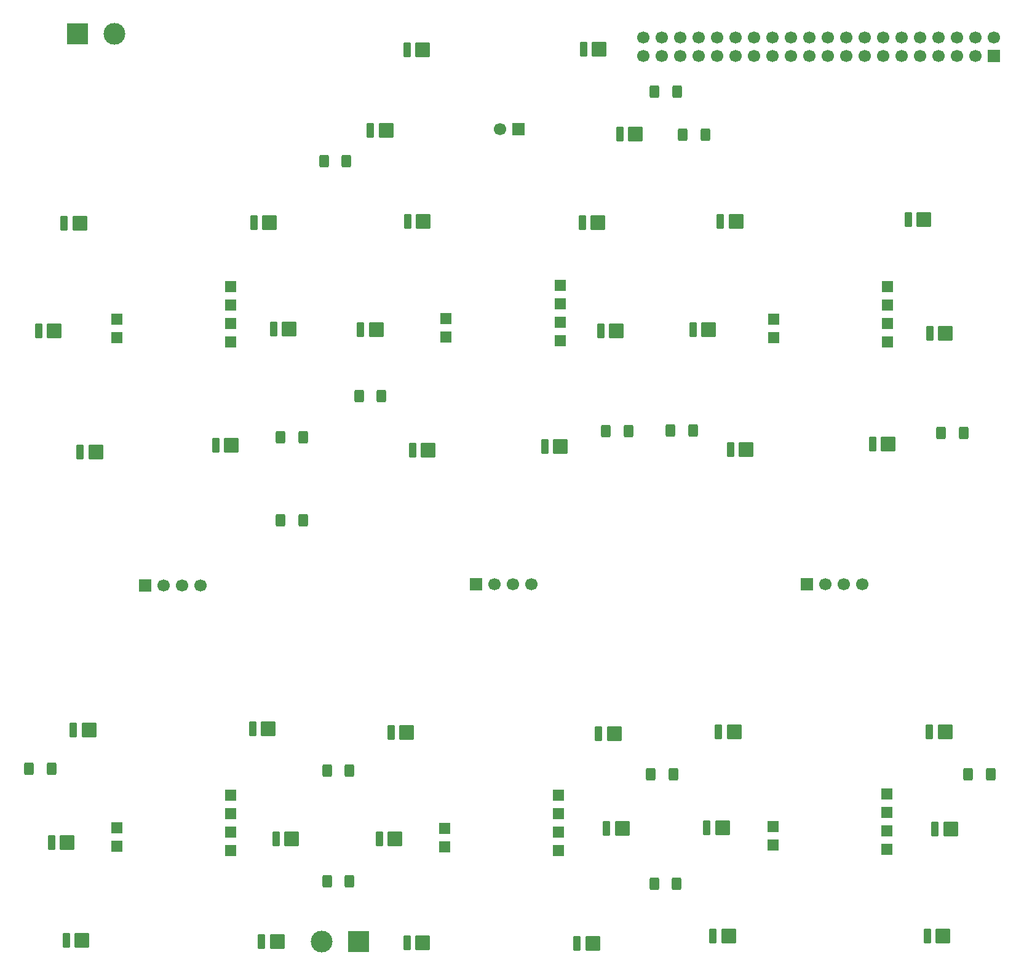
<source format=gbr>
%TF.GenerationSoftware,KiCad,Pcbnew,9.0.2*%
%TF.CreationDate,2025-06-29T15:47:53+02:00*%
%TF.ProjectId,adirs,61646972-732e-46b6-9963-61645f706362,rev?*%
%TF.SameCoordinates,Original*%
%TF.FileFunction,Soldermask,Top*%
%TF.FilePolarity,Negative*%
%FSLAX46Y46*%
G04 Gerber Fmt 4.6, Leading zero omitted, Abs format (unit mm)*
G04 Created by KiCad (PCBNEW 9.0.2) date 2025-06-29 15:47:53*
%MOMM*%
%LPD*%
G01*
G04 APERTURE LIST*
G04 Aperture macros list*
%AMRoundRect*
0 Rectangle with rounded corners*
0 $1 Rounding radius*
0 $2 $3 $4 $5 $6 $7 $8 $9 X,Y pos of 4 corners*
0 Add a 4 corners polygon primitive as box body*
4,1,4,$2,$3,$4,$5,$6,$7,$8,$9,$2,$3,0*
0 Add four circle primitives for the rounded corners*
1,1,$1+$1,$2,$3*
1,1,$1+$1,$4,$5*
1,1,$1+$1,$6,$7*
1,1,$1+$1,$8,$9*
0 Add four rect primitives between the rounded corners*
20,1,$1+$1,$2,$3,$4,$5,0*
20,1,$1+$1,$4,$5,$6,$7,0*
20,1,$1+$1,$6,$7,$8,$9,0*
20,1,$1+$1,$8,$9,$2,$3,0*%
G04 Aperture macros list end*
%ADD10R,1.700000X1.700000*%
%ADD11C,1.700000*%
%ADD12R,3.000000X3.000000*%
%ADD13C,3.000000*%
%ADD14R,1.500000X1.500000*%
%ADD15RoundRect,0.165000X-0.385000X-0.885000X0.385000X-0.885000X0.385000X0.885000X-0.385000X0.885000X0*%
%ADD16RoundRect,0.315000X-0.735000X-0.735000X0.735000X-0.735000X0.735000X0.735000X-0.735000X0.735000X0*%
%ADD17RoundRect,0.250000X-0.400000X-0.625000X0.400000X-0.625000X0.400000X0.625000X-0.400000X0.625000X0*%
G04 APERTURE END LIST*
D10*
%TO.C,J2*%
X269825000Y-28475000D03*
D11*
X269825000Y-25935000D03*
X267285000Y-28475000D03*
X267285000Y-25935000D03*
X264745000Y-28475000D03*
X264745000Y-25935000D03*
X262205000Y-28475000D03*
X262205000Y-25935000D03*
X259665000Y-28475000D03*
X259665000Y-25935000D03*
X257125000Y-28475000D03*
X257125000Y-25935000D03*
X254585000Y-28475000D03*
X254585000Y-25935000D03*
X252045000Y-28475000D03*
X252045000Y-25935000D03*
X249505000Y-28475000D03*
X249505000Y-25935000D03*
X246965000Y-28475000D03*
X246965000Y-25935000D03*
X244425000Y-28475000D03*
X244425000Y-25935000D03*
X241885000Y-28475000D03*
X241885000Y-25935000D03*
X239345000Y-28475000D03*
X239345000Y-25935000D03*
X236805000Y-28475000D03*
X236805000Y-25935000D03*
X234265000Y-28475000D03*
X234265000Y-25935000D03*
X231725000Y-28475000D03*
X231725000Y-25935000D03*
X229185000Y-28475000D03*
X229185000Y-25935000D03*
X226645000Y-28475000D03*
X226645000Y-25935000D03*
X224105000Y-28475000D03*
X224105000Y-25935000D03*
X221565000Y-28475000D03*
X221565000Y-25935000D03*
%TD*%
D12*
%TO.C,J7*%
X182390000Y-150400000D03*
D13*
X177310000Y-150400000D03*
%TD*%
D14*
%TO.C,KR3*%
X255250000Y-60150000D03*
X255250000Y-62690000D03*
X255250000Y-65230000D03*
X255250000Y-67770000D03*
X239550000Y-64650000D03*
X239550000Y-67190000D03*
%TD*%
D15*
%TO.C,D35*%
X231200000Y-149600000D03*
D16*
X233350000Y-149600000D03*
%TD*%
D15*
%TO.C,D29*%
X216560000Y-134800000D03*
D16*
X218710000Y-134800000D03*
%TD*%
D15*
%TO.C,D33*%
X230360000Y-134700000D03*
D16*
X232510000Y-134700000D03*
%TD*%
D17*
%TO.C,R14*%
X223150000Y-33375000D03*
X226250000Y-33375000D03*
%TD*%
%TO.C,R7*%
X137050000Y-126600000D03*
X140150000Y-126600000D03*
%TD*%
D15*
%TO.C,D3*%
X162750000Y-82000000D03*
D16*
X164900000Y-82000000D03*
%TD*%
D15*
%TO.C,D22*%
X171060000Y-136200000D03*
D16*
X173210000Y-136200000D03*
%TD*%
D15*
%TO.C,D19*%
X143150000Y-121200000D03*
D16*
X145300000Y-121200000D03*
%TD*%
D15*
%TO.C,D13*%
X232220000Y-51200000D03*
D16*
X234370000Y-51200000D03*
%TD*%
D15*
%TO.C,D16*%
X261020000Y-66600000D03*
D16*
X263170000Y-66600000D03*
%TD*%
D17*
%TO.C,R8*%
X178050000Y-142100000D03*
X181150000Y-142100000D03*
%TD*%
D15*
%TO.C,D8*%
X213200000Y-51400000D03*
D16*
X215350000Y-51400000D03*
%TD*%
D14*
%TO.C,KR5*%
X209950000Y-130250000D03*
X209950000Y-132790000D03*
X209950000Y-135330000D03*
X209950000Y-137870000D03*
X194250000Y-134750000D03*
X194250000Y-137290000D03*
%TD*%
D15*
%TO.C,D25*%
X186860000Y-121600000D03*
D16*
X189010000Y-121600000D03*
%TD*%
D15*
%TO.C,D21*%
X140160000Y-136700000D03*
D16*
X142310000Y-136700000D03*
%TD*%
D15*
%TO.C,D10*%
X215720000Y-66300000D03*
D16*
X217870000Y-66300000D03*
%TD*%
D15*
%TO.C,D32*%
X261000000Y-121500000D03*
D16*
X263150000Y-121500000D03*
%TD*%
D17*
%TO.C,R10*%
X223100000Y-142400000D03*
X226200000Y-142400000D03*
%TD*%
D15*
%TO.C,D12*%
X208060000Y-82200000D03*
D16*
X210210000Y-82200000D03*
%TD*%
D14*
%TO.C,KR6*%
X255150000Y-130050000D03*
X255150000Y-132590000D03*
X255150000Y-135130000D03*
X255150000Y-137670000D03*
X239450000Y-134550000D03*
X239450000Y-137090000D03*
%TD*%
D10*
%TO.C,J6*%
X198590000Y-101150000D03*
D11*
X201130000Y-101150000D03*
X203670000Y-101150000D03*
X206210000Y-101150000D03*
%TD*%
D15*
%TO.C,D9*%
X182685000Y-66100000D03*
D16*
X184835000Y-66100000D03*
%TD*%
D15*
%TO.C,D30*%
X212500000Y-150600000D03*
D16*
X214650000Y-150600000D03*
%TD*%
D15*
%TO.C,D14*%
X258085000Y-51000000D03*
D16*
X260235000Y-51000000D03*
%TD*%
D17*
%TO.C,R12*%
X266350000Y-127300000D03*
X269450000Y-127300000D03*
%TD*%
%TO.C,R4*%
X216450000Y-80100000D03*
X219550000Y-80100000D03*
%TD*%
%TO.C,R2*%
X171650000Y-92400000D03*
X174750000Y-92400000D03*
%TD*%
D10*
%TO.C,J4*%
X153020000Y-101300000D03*
D11*
X155560000Y-101300000D03*
X158100000Y-101300000D03*
X160640000Y-101300000D03*
%TD*%
D14*
%TO.C,KR4*%
X164800000Y-130200000D03*
X164800000Y-132740000D03*
X164800000Y-135280000D03*
X164800000Y-137820000D03*
X149100000Y-134700000D03*
X149100000Y-137240000D03*
%TD*%
D15*
%TO.C,D15*%
X228420000Y-66100000D03*
D16*
X230570000Y-66100000D03*
%TD*%
D15*
%TO.C,D5*%
X170685000Y-66000000D03*
D16*
X172835000Y-66000000D03*
%TD*%
D10*
%TO.C,J5*%
X244090000Y-101150000D03*
D11*
X246630000Y-101150000D03*
X249170000Y-101150000D03*
X251710000Y-101150000D03*
%TD*%
D15*
%TO.C,D23*%
X142150000Y-150200000D03*
D16*
X144300000Y-150200000D03*
%TD*%
D15*
%TO.C,D17*%
X233620000Y-82600000D03*
D16*
X235770000Y-82600000D03*
%TD*%
D17*
%TO.C,R3*%
X182450000Y-75300000D03*
X185550000Y-75300000D03*
%TD*%
%TO.C,R11*%
X222650000Y-127300000D03*
X225750000Y-127300000D03*
%TD*%
%TO.C,R15*%
X227050000Y-39300000D03*
X230150000Y-39300000D03*
%TD*%
%TO.C,R5*%
X225350000Y-80000000D03*
X228450000Y-80000000D03*
%TD*%
D15*
%TO.C,D40*%
X218350000Y-39200000D03*
D16*
X220500000Y-39200000D03*
%TD*%
D15*
%TO.C,D2*%
X167985000Y-51400000D03*
D16*
X170135000Y-51400000D03*
%TD*%
D15*
%TO.C,D39*%
X213350000Y-27500000D03*
D16*
X215500000Y-27500000D03*
%TD*%
D15*
%TO.C,D1*%
X141860000Y-51500000D03*
D16*
X144010000Y-51500000D03*
%TD*%
D15*
%TO.C,D37*%
X189060000Y-27600000D03*
D16*
X191210000Y-27600000D03*
%TD*%
D10*
%TO.C,J3*%
X204375000Y-38500000D03*
D11*
X201835000Y-38500000D03*
%TD*%
D17*
%TO.C,R13*%
X177650000Y-42900000D03*
X180750000Y-42900000D03*
%TD*%
D15*
%TO.C,D34*%
X261760000Y-134900000D03*
D16*
X263910000Y-134900000D03*
%TD*%
D14*
%TO.C,KR1*%
X164800000Y-60200000D03*
X164800000Y-62740000D03*
X164800000Y-65280000D03*
X164800000Y-67820000D03*
X149100000Y-64700000D03*
X149100000Y-67240000D03*
%TD*%
D17*
%TO.C,R9*%
X178050000Y-126800000D03*
X181150000Y-126800000D03*
%TD*%
%TO.C,R1*%
X171650000Y-80900000D03*
X174750000Y-80900000D03*
%TD*%
D15*
%TO.C,D24*%
X169060000Y-150400000D03*
D16*
X171210000Y-150400000D03*
%TD*%
D15*
%TO.C,D26*%
X215460000Y-121700000D03*
D16*
X217610000Y-121700000D03*
%TD*%
D15*
%TO.C,D7*%
X189150000Y-51200000D03*
D16*
X191300000Y-51200000D03*
%TD*%
D15*
%TO.C,D4*%
X138385000Y-66300000D03*
D16*
X140535000Y-66300000D03*
%TD*%
D15*
%TO.C,D11*%
X189820000Y-82700000D03*
D16*
X191970000Y-82700000D03*
%TD*%
D15*
%TO.C,D36*%
X260720000Y-149600000D03*
D16*
X262870000Y-149600000D03*
%TD*%
D15*
%TO.C,D20*%
X167800000Y-121100000D03*
D16*
X169950000Y-121100000D03*
%TD*%
D17*
%TO.C,R6*%
X262600000Y-80300000D03*
X265700000Y-80300000D03*
%TD*%
D15*
%TO.C,D27*%
X185250000Y-136200000D03*
D16*
X187400000Y-136200000D03*
%TD*%
D15*
%TO.C,D31*%
X231960000Y-121500000D03*
D16*
X234110000Y-121500000D03*
%TD*%
D15*
%TO.C,D38*%
X184050000Y-38700000D03*
D16*
X186200000Y-38700000D03*
%TD*%
D15*
%TO.C,D28*%
X189050000Y-150500000D03*
D16*
X191200000Y-150500000D03*
%TD*%
D15*
%TO.C,D18*%
X253160000Y-81900000D03*
D16*
X255310000Y-81900000D03*
%TD*%
D14*
%TO.C,KR2*%
X210150000Y-60050000D03*
X210150000Y-62590000D03*
X210150000Y-65130000D03*
X210150000Y-67670000D03*
X194450000Y-64550000D03*
X194450000Y-67090000D03*
%TD*%
D15*
%TO.C,D6*%
X144085000Y-83000000D03*
D16*
X146235000Y-83000000D03*
%TD*%
D12*
%TO.C,J1*%
X143695000Y-25400000D03*
D13*
X148775000Y-25400000D03*
%TD*%
M02*

</source>
